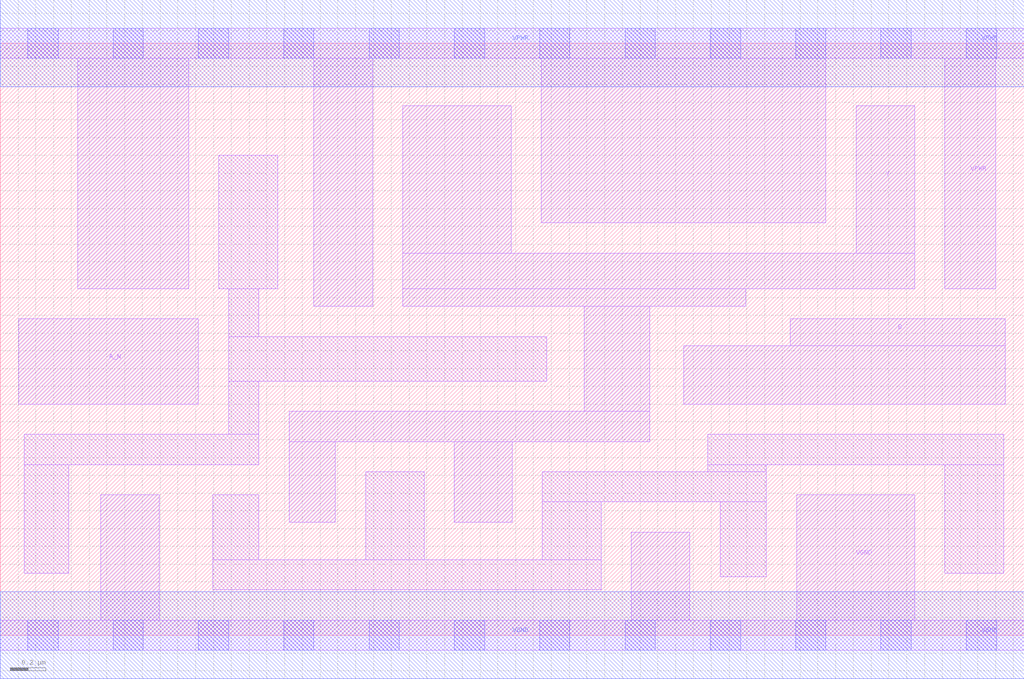
<source format=lef>
# Copyright 2020 The SkyWater PDK Authors
#
# Licensed under the Apache License, Version 2.0 (the "License");
# you may not use this file except in compliance with the License.
# You may obtain a copy of the License at
#
#     https://www.apache.org/licenses/LICENSE-2.0
#
# Unless required by applicable law or agreed to in writing, software
# distributed under the License is distributed on an "AS IS" BASIS,
# WITHOUT WARRANTIES OR CONDITIONS OF ANY KIND, either express or implied.
# See the License for the specific language governing permissions and
# limitations under the License.
#
# SPDX-License-Identifier: Apache-2.0

VERSION 5.7 ;
  NAMESCASESENSITIVE ON ;
  NOWIREEXTENSIONATPIN ON ;
  DIVIDERCHAR "/" ;
  BUSBITCHARS "[]" ;
UNITS
  DATABASE MICRONS 200 ;
END UNITS
MACRO sky130_fd_sc_ms__nand2b_4
  CLASS CORE ;
  SOURCE USER ;
  FOREIGN sky130_fd_sc_ms__nand2b_4 ;
  ORIGIN  0.000000  0.000000 ;
  SIZE  5.760000 BY  3.330000 ;
  SYMMETRY X Y ;
  SITE unit ;
  PIN A_N
    ANTENNAGATEAREA  0.413400 ;
    DIRECTION INPUT ;
    USE SIGNAL ;
    PORT
      LAYER li1 ;
        RECT 0.105000 1.300000 1.115000 1.780000 ;
    END
  END A_N
  PIN B
    ANTENNAGATEAREA  0.847200 ;
    DIRECTION INPUT ;
    USE SIGNAL ;
    PORT
      LAYER li1 ;
        RECT 3.845000 1.300000 5.655000 1.630000 ;
        RECT 4.445000 1.630000 5.655000 1.780000 ;
    END
  END B
  PIN Y
    ANTENNADIFFAREA  1.567100 ;
    DIRECTION OUTPUT ;
    USE SIGNAL ;
    PORT
      LAYER li1 ;
        RECT 1.625000 0.635000 1.885000 1.090000 ;
        RECT 1.625000 1.090000 3.655000 1.260000 ;
        RECT 2.265000 1.850000 4.195000 1.950000 ;
        RECT 2.265000 1.950000 5.145000 2.150000 ;
        RECT 2.265000 2.150000 2.875000 2.980000 ;
        RECT 2.555000 0.635000 2.880000 1.090000 ;
        RECT 3.285000 1.260000 3.655000 1.850000 ;
        RECT 4.815000 2.150000 5.145000 2.980000 ;
    END
  END Y
  PIN VGND
    DIRECTION INOUT ;
    USE GROUND ;
    PORT
      LAYER li1 ;
        RECT 0.000000 -0.085000 5.760000 0.085000 ;
        RECT 0.565000  0.085000 0.895000 0.790000 ;
        RECT 3.550000  0.085000 3.880000 0.580000 ;
        RECT 4.480000  0.085000 5.145000 0.790000 ;
      LAYER mcon ;
        RECT 0.155000 -0.085000 0.325000 0.085000 ;
        RECT 0.635000 -0.085000 0.805000 0.085000 ;
        RECT 1.115000 -0.085000 1.285000 0.085000 ;
        RECT 1.595000 -0.085000 1.765000 0.085000 ;
        RECT 2.075000 -0.085000 2.245000 0.085000 ;
        RECT 2.555000 -0.085000 2.725000 0.085000 ;
        RECT 3.035000 -0.085000 3.205000 0.085000 ;
        RECT 3.515000 -0.085000 3.685000 0.085000 ;
        RECT 3.995000 -0.085000 4.165000 0.085000 ;
        RECT 4.475000 -0.085000 4.645000 0.085000 ;
        RECT 4.955000 -0.085000 5.125000 0.085000 ;
        RECT 5.435000 -0.085000 5.605000 0.085000 ;
      LAYER met1 ;
        RECT 0.000000 -0.245000 5.760000 0.245000 ;
    END
  END VGND
  PIN VPWR
    DIRECTION INOUT ;
    USE POWER ;
    PORT
      LAYER li1 ;
        RECT 0.000000 3.245000 5.760000 3.415000 ;
        RECT 0.435000 1.950000 1.060000 3.245000 ;
        RECT 1.765000 1.850000 2.095000 3.245000 ;
        RECT 3.045000 2.320000 4.645000 3.245000 ;
        RECT 5.315000 1.950000 5.600000 3.245000 ;
      LAYER mcon ;
        RECT 0.155000 3.245000 0.325000 3.415000 ;
        RECT 0.635000 3.245000 0.805000 3.415000 ;
        RECT 1.115000 3.245000 1.285000 3.415000 ;
        RECT 1.595000 3.245000 1.765000 3.415000 ;
        RECT 2.075000 3.245000 2.245000 3.415000 ;
        RECT 2.555000 3.245000 2.725000 3.415000 ;
        RECT 3.035000 3.245000 3.205000 3.415000 ;
        RECT 3.515000 3.245000 3.685000 3.415000 ;
        RECT 3.995000 3.245000 4.165000 3.415000 ;
        RECT 4.475000 3.245000 4.645000 3.415000 ;
        RECT 4.955000 3.245000 5.125000 3.415000 ;
        RECT 5.435000 3.245000 5.605000 3.415000 ;
      LAYER met1 ;
        RECT 0.000000 3.085000 5.760000 3.575000 ;
    END
  END VPWR
  OBS
    LAYER li1 ;
      RECT 0.135000 0.350000 0.385000 0.960000 ;
      RECT 0.135000 0.960000 1.455000 1.130000 ;
      RECT 1.195000 0.255000 3.380000 0.425000 ;
      RECT 1.195000 0.425000 1.455000 0.790000 ;
      RECT 1.230000 1.950000 1.560000 2.700000 ;
      RECT 1.285000 1.130000 1.455000 1.430000 ;
      RECT 1.285000 1.430000 3.075000 1.680000 ;
      RECT 1.285000 1.680000 1.455000 1.950000 ;
      RECT 2.055000 0.425000 2.385000 0.920000 ;
      RECT 3.050000 0.425000 3.380000 0.750000 ;
      RECT 3.050000 0.750000 4.310000 0.920000 ;
      RECT 3.980000 0.920000 4.310000 0.960000 ;
      RECT 3.980000 0.960000 5.645000 1.130000 ;
      RECT 4.050000 0.330000 4.310000 0.750000 ;
      RECT 5.315000 0.350000 5.645000 0.960000 ;
  END
END sky130_fd_sc_ms__nand2b_4

</source>
